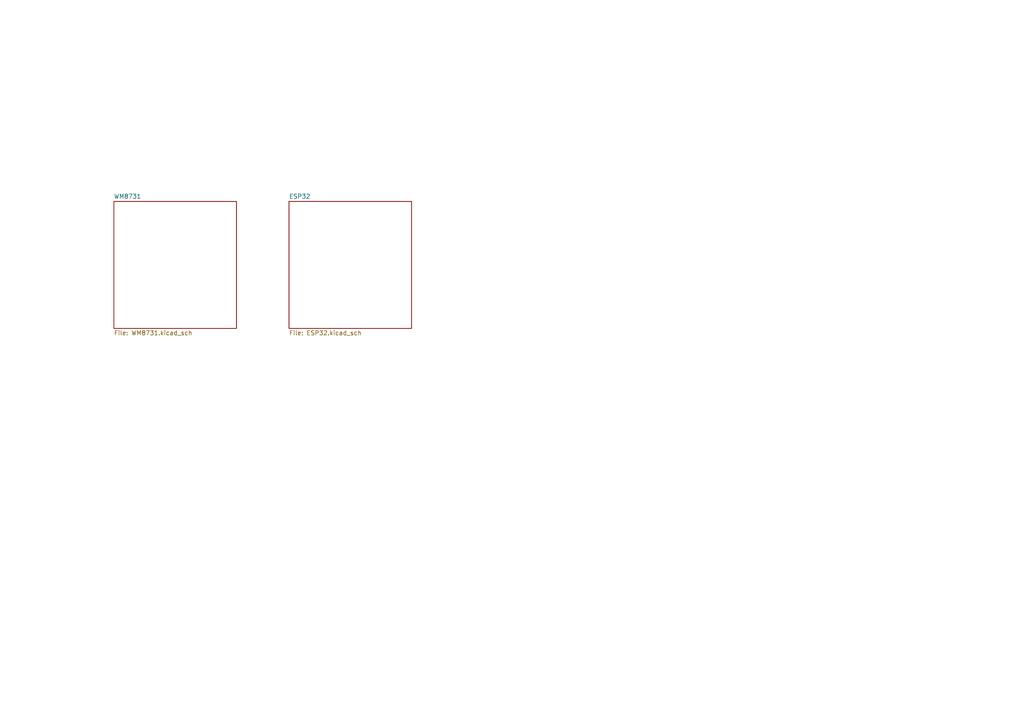
<source format=kicad_sch>
(kicad_sch (version 20211123) (generator eeschema)
  (paper "A4")
  (title_block (title "Breakoutboard WM8731") (rev "1.0"))
  (lib_symbols)
  (sheet (at 83.82 58.42) (size 35.56 36.83) (stroke (width 0.1524))
    (property "Sheet name" "ESP32" (at 83.82 57.7084 0) (effects (justify left bottom)))
    (property "Sheet file" "ESP32.kicad_sch" (at 83.82 95.8346 0) (effects (justify left top)))
  )
  (sheet (at 33.02 58.42) (size 35.56 36.83) (stroke (width 0.1524))
    (property "Sheet name" "WM8731" (at 33.02 57.7084 0) (effects (justify left bottom)))
    (property "Sheet file" "WM8731.kicad_sch" (at 33.02 95.8346 0) (effects (justify left top)))
  )
)
</source>
